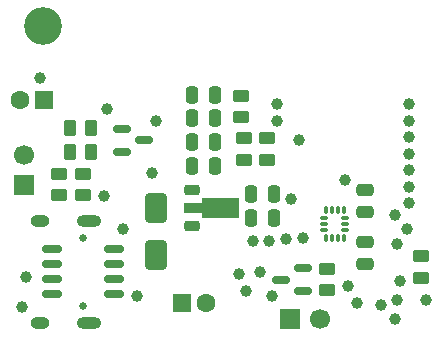
<source format=gbs>
%TF.GenerationSoftware,KiCad,Pcbnew,9.0.2*%
%TF.CreationDate,2025-09-28T04:05:33+05:30*%
%TF.ProjectId,Sippy,53697070-792e-46b6-9963-61645f706362,rev?*%
%TF.SameCoordinates,PX4ef6d80PY35fa5c0*%
%TF.FileFunction,Soldermask,Bot*%
%TF.FilePolarity,Negative*%
%FSLAX46Y46*%
G04 Gerber Fmt 4.6, Leading zero omitted, Abs format (unit mm)*
G04 Created by KiCad (PCBNEW 9.0.2) date 2025-09-28 04:05:33*
%MOMM*%
%LPD*%
G01*
G04 APERTURE LIST*
G04 Aperture macros list*
%AMRoundRect*
0 Rectangle with rounded corners*
0 $1 Rounding radius*
0 $2 $3 $4 $5 $6 $7 $8 $9 X,Y pos of 4 corners*
0 Add a 4 corners polygon primitive as box body*
4,1,4,$2,$3,$4,$5,$6,$7,$8,$9,$2,$3,0*
0 Add four circle primitives for the rounded corners*
1,1,$1+$1,$2,$3*
1,1,$1+$1,$4,$5*
1,1,$1+$1,$6,$7*
1,1,$1+$1,$8,$9*
0 Add four rect primitives between the rounded corners*
20,1,$1+$1,$2,$3,$4,$5,0*
20,1,$1+$1,$4,$5,$6,$7,0*
20,1,$1+$1,$6,$7,$8,$9,0*
20,1,$1+$1,$8,$9,$2,$3,0*%
%AMFreePoly0*
4,1,9,3.862500,-0.866500,0.737500,-0.866500,0.737500,-0.450000,-0.737500,-0.450000,-0.737500,0.450000,0.737500,0.450000,0.737500,0.866500,3.862500,0.866500,3.862500,-0.866500,3.862500,-0.866500,$1*%
G04 Aperture macros list end*
%ADD10C,0.650000*%
%ADD11O,2.100000X1.000000*%
%ADD12O,1.600000X1.000000*%
%ADD13C,3.200000*%
%ADD14RoundRect,0.250000X0.550000X0.550000X-0.550000X0.550000X-0.550000X-0.550000X0.550000X-0.550000X0*%
%ADD15C,1.600000*%
%ADD16R,1.700000X1.700000*%
%ADD17C,1.700000*%
%ADD18C,1.000000*%
%ADD19RoundRect,0.250000X-0.450000X0.262500X-0.450000X-0.262500X0.450000X-0.262500X0.450000X0.262500X0*%
%ADD20RoundRect,0.150000X0.675000X0.150000X-0.675000X0.150000X-0.675000X-0.150000X0.675000X-0.150000X0*%
%ADD21RoundRect,0.250000X-0.250000X-0.475000X0.250000X-0.475000X0.250000X0.475000X-0.250000X0.475000X0*%
%ADD22RoundRect,0.250000X-0.262500X-0.450000X0.262500X-0.450000X0.262500X0.450000X-0.262500X0.450000X0*%
%ADD23RoundRect,0.250000X0.475000X-0.250000X0.475000X0.250000X-0.475000X0.250000X-0.475000X-0.250000X0*%
%ADD24RoundRect,0.225000X-0.425000X-0.225000X0.425000X-0.225000X0.425000X0.225000X-0.425000X0.225000X0*%
%ADD25FreePoly0,0.000000*%
%ADD26RoundRect,0.150000X0.587500X0.150000X-0.587500X0.150000X-0.587500X-0.150000X0.587500X-0.150000X0*%
%ADD27RoundRect,0.250000X-0.475000X0.250000X-0.475000X-0.250000X0.475000X-0.250000X0.475000X0.250000X0*%
%ADD28RoundRect,0.150000X-0.587500X-0.150000X0.587500X-0.150000X0.587500X0.150000X-0.587500X0.150000X0*%
%ADD29RoundRect,0.250000X-0.650000X1.000000X-0.650000X-1.000000X0.650000X-1.000000X0.650000X1.000000X0*%
%ADD30RoundRect,0.250000X0.450000X-0.262500X0.450000X0.262500X-0.450000X0.262500X-0.450000X-0.262500X0*%
%ADD31RoundRect,0.250000X-0.550000X-0.550000X0.550000X-0.550000X0.550000X0.550000X-0.550000X0.550000X0*%
%ADD32RoundRect,0.087500X-0.087500X0.225000X-0.087500X-0.225000X0.087500X-0.225000X0.087500X0.225000X0*%
%ADD33RoundRect,0.087500X-0.225000X0.087500X-0.225000X-0.087500X0.225000X-0.087500X0.225000X0.087500X0*%
G04 APERTURE END LIST*
D10*
%TO.C,J2*%
X-12000000Y-6510000D03*
X-12000000Y-12290000D03*
D11*
X-11470000Y-5080000D03*
D12*
X-15650000Y-5080000D03*
D11*
X-11470000Y-13720000D03*
D12*
X-15650000Y-13720000D03*
%TD*%
D13*
%TO.C,H1*%
X-15400000Y11400000D03*
%TD*%
D14*
%TO.C,C7*%
X-15336495Y5121200D03*
D15*
X-17336495Y5121200D03*
%TD*%
D16*
%TO.C,J1*%
X5550000Y-13373900D03*
D17*
X8090000Y-13373900D03*
%TD*%
D18*
%TO.C,TP43*%
X-6200000Y-1000000D03*
%TD*%
D19*
%TO.C,R13*%
X-14000000Y-1087500D03*
X-14000000Y-2912500D03*
%TD*%
D20*
%TO.C,U4*%
X-9375000Y-7495000D03*
X-9375000Y-8765000D03*
X-9375000Y-10035000D03*
X-9375000Y-11305000D03*
X-14625000Y-11305000D03*
X-14625000Y-10035000D03*
X-14625000Y-8765000D03*
X-14625000Y-7495000D03*
%TD*%
D18*
%TO.C,TP8*%
X14800000Y-10200000D03*
%TD*%
D19*
%TO.C,R12*%
X-12000000Y-1087500D03*
X-12000000Y-2912500D03*
%TD*%
D18*
%TO.C,TP29*%
X6656352Y-6530891D03*
%TD*%
%TO.C,TP7*%
X10400000Y-10600000D03*
%TD*%
D19*
%TO.C,R2*%
X16600000Y-8087500D03*
X16600000Y-9912500D03*
%TD*%
D18*
%TO.C,TP25*%
X3000000Y-9400000D03*
%TD*%
%TO.C,TP3*%
X4400000Y4800000D03*
%TD*%
%TO.C,TP4*%
X17000000Y-11800000D03*
%TD*%
D21*
%TO.C,C17*%
X-2750000Y5600000D03*
X-850000Y5600000D03*
%TD*%
D18*
%TO.C,TP41*%
X-10200000Y-3000000D03*
%TD*%
%TO.C,TP9*%
X14600000Y-7000000D03*
%TD*%
%TO.C,TP20*%
X1800000Y-11000000D03*
%TD*%
%TO.C,TP26*%
X11200000Y-12000000D03*
%TD*%
D22*
%TO.C,R11*%
X-13112500Y800000D03*
X-11287500Y800000D03*
%TD*%
D18*
%TO.C,TP45*%
X6305266Y1780981D03*
%TD*%
%TO.C,TP16*%
X13200000Y-12200000D03*
%TD*%
%TO.C,TP14*%
X15600000Y-800000D03*
%TD*%
%TO.C,TP12*%
X15600000Y-3600000D03*
%TD*%
%TO.C,TP24*%
X1200000Y-9600000D03*
%TD*%
%TO.C,TP33*%
X-17200000Y-12400000D03*
%TD*%
D21*
%TO.C,C13*%
X-2750000Y-430000D03*
X-850000Y-430000D03*
%TD*%
D18*
%TO.C,TP44*%
X-15600000Y7000000D03*
%TD*%
D21*
%TO.C,C12*%
X2250000Y-2800000D03*
X4150000Y-2800000D03*
%TD*%
D19*
%TO.C,R16*%
X3600000Y1912500D03*
X3600000Y87500D03*
%TD*%
D21*
%TO.C,C14*%
X-2750000Y1600000D03*
X-850000Y1600000D03*
%TD*%
D23*
%TO.C,C8*%
X11856250Y-8743750D03*
X11856250Y-6843750D03*
%TD*%
D18*
%TO.C,TP28*%
X4000000Y-11400000D03*
%TD*%
D21*
%TO.C,C15*%
X-2750000Y3600000D03*
X-850000Y3600000D03*
%TD*%
D18*
%TO.C,TP11*%
X14400000Y-4600000D03*
%TD*%
%TO.C,TP27*%
X14400000Y-13400000D03*
%TD*%
%TO.C,TP31*%
X10160745Y-1594103D03*
%TD*%
D24*
%TO.C,U5*%
X-2750000Y-5500000D03*
D25*
X-2662500Y-4000000D03*
D24*
X-2750000Y-2500000D03*
%TD*%
D18*
%TO.C,TP32*%
X5200000Y-6600000D03*
%TD*%
D19*
%TO.C,R1*%
X1400000Y5512500D03*
X1400000Y3687500D03*
%TD*%
D26*
%TO.C,Q1*%
X6600000Y-9100000D03*
X6600000Y-11000000D03*
X4725000Y-10050000D03*
%TD*%
D27*
%TO.C,C9*%
X11856250Y-2443750D03*
X11856250Y-4343750D03*
%TD*%
D18*
%TO.C,TP15*%
X15600000Y600000D03*
%TD*%
%TO.C,TP2*%
X15600000Y3400000D03*
%TD*%
D28*
%TO.C,Q3*%
X-8737500Y800000D03*
X-8737500Y2700000D03*
X-6862500Y1750000D03*
%TD*%
D18*
%TO.C,TP39*%
X-10000000Y4400000D03*
%TD*%
D16*
%TO.C,J3*%
X-16985000Y-2000000D03*
D17*
X-16985000Y540000D03*
%TD*%
D19*
%TO.C,R15*%
X1600000Y1912500D03*
X1600000Y87500D03*
%TD*%
D29*
%TO.C,D4*%
X-5800000Y-4000000D03*
X-5800000Y-8000000D03*
%TD*%
D18*
%TO.C,TP10*%
X15400000Y-5800000D03*
%TD*%
%TO.C,TP21*%
X4400000Y3400000D03*
%TD*%
D21*
%TO.C,C11*%
X2250000Y-4800000D03*
X4150000Y-4800000D03*
%TD*%
D30*
%TO.C,R5*%
X8662500Y-10962500D03*
X8662500Y-9137500D03*
%TD*%
D22*
%TO.C,R10*%
X-13112500Y2750000D03*
X-11287500Y2750000D03*
%TD*%
D31*
%TO.C,C16*%
X-3600000Y-12000000D03*
D15*
X-1600000Y-12000000D03*
%TD*%
D18*
%TO.C,TP42*%
X-8647175Y-5732756D03*
%TD*%
%TO.C,TP1*%
X15600000Y2000000D03*
%TD*%
%TO.C,TP6*%
X3788207Y-6779363D03*
%TD*%
%TO.C,TP30*%
X-5800000Y3400000D03*
%TD*%
%TO.C,TP40*%
X-16800000Y-9800000D03*
%TD*%
%TO.C,TP13*%
X15600000Y-2200000D03*
%TD*%
%TO.C,TP38*%
X-7453274Y-11473602D03*
%TD*%
%TO.C,TP23*%
X2395617Y-6743149D03*
%TD*%
%TO.C,TP19*%
X15600000Y4800000D03*
%TD*%
%TO.C,TP22*%
X5600000Y-3200000D03*
%TD*%
%TO.C,TP17*%
X14600000Y-11800000D03*
%TD*%
D32*
%TO.C,U2*%
X8556250Y-4193750D03*
X9056250Y-4193750D03*
X9556250Y-4193750D03*
X10056250Y-4193750D03*
D33*
X10218750Y-4856250D03*
X10218750Y-5356250D03*
X10218750Y-5856250D03*
D32*
X10056250Y-6518750D03*
X9556250Y-6518750D03*
X9056250Y-6518750D03*
X8556250Y-6518750D03*
D33*
X8393750Y-5856250D03*
X8393750Y-5356250D03*
X8393750Y-4856250D03*
%TD*%
M02*

</source>
